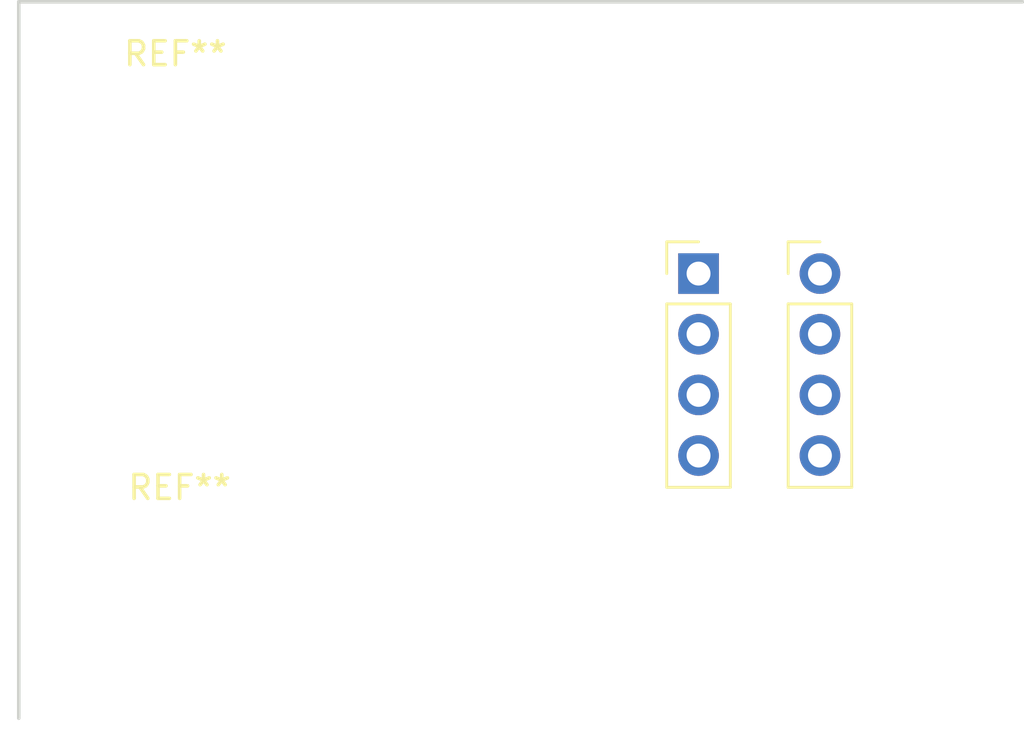
<source format=kicad_pcb>
(kicad_pcb (version 20171130) (host pcbnew 5.0.2-bee76a0~70~ubuntu18.04.1)

  (general
    (thickness 1.6)
    (drawings 2)
    (tracks 0)
    (zones 0)
    (modules 4)
    (nets 1)
  )

  (page A4)
  (layers
    (0 F.Cu signal)
    (31 B.Cu signal)
    (32 B.Adhes user)
    (33 F.Adhes user)
    (34 B.Paste user)
    (35 F.Paste user)
    (36 B.SilkS user)
    (37 F.SilkS user)
    (38 B.Mask user)
    (39 F.Mask user)
    (40 Dwgs.User user)
    (41 Cmts.User user)
    (42 Eco1.User user)
    (43 Eco2.User user)
    (44 Edge.Cuts user)
    (45 Margin user)
    (46 B.CrtYd user)
    (47 F.CrtYd user)
    (48 B.Fab user)
    (49 F.Fab user)
  )

  (setup
    (last_trace_width 0.25)
    (trace_clearance 0.2)
    (zone_clearance 0.508)
    (zone_45_only no)
    (trace_min 0.2)
    (segment_width 0.2)
    (edge_width 0.15)
    (via_size 0.8)
    (via_drill 0.4)
    (via_min_size 0.4)
    (via_min_drill 0.3)
    (uvia_size 0.3)
    (uvia_drill 0.1)
    (uvias_allowed no)
    (uvia_min_size 0.2)
    (uvia_min_drill 0.1)
    (pcb_text_width 0.3)
    (pcb_text_size 1.5 1.5)
    (mod_edge_width 0.15)
    (mod_text_size 1 1)
    (mod_text_width 0.15)
    (pad_size 1.7 1.7)
    (pad_drill 1)
    (pad_to_mask_clearance 0.051)
    (solder_mask_min_width 0.25)
    (aux_axis_origin 0 0)
    (visible_elements FFFFFF7F)
    (pcbplotparams
      (layerselection 0x010fc_ffffffff)
      (usegerberextensions false)
      (usegerberattributes false)
      (usegerberadvancedattributes false)
      (creategerberjobfile false)
      (excludeedgelayer true)
      (linewidth 0.100000)
      (plotframeref false)
      (viasonmask false)
      (mode 1)
      (useauxorigin false)
      (hpglpennumber 1)
      (hpglpenspeed 20)
      (hpglpendiameter 15.000000)
      (psnegative false)
      (psa4output false)
      (plotreference true)
      (plotvalue true)
      (plotinvisibletext false)
      (padsonsilk false)
      (subtractmaskfromsilk false)
      (outputformat 1)
      (mirror false)
      (drillshape 1)
      (scaleselection 1)
      (outputdirectory ""))
  )

  (net 0 "")

  (net_class Default "This is the default net class."
    (clearance 0.2)
    (trace_width 0.25)
    (via_dia 0.8)
    (via_drill 0.4)
    (uvia_dia 0.3)
    (uvia_drill 0.1)
  )

  (module Mounting_Holes:MountingHole_4mm (layer F.Cu) (tedit 56D1B4CB) (tstamp 5C90E5D4)
    (at 114.7318 110.3376)
    (descr "Mounting Hole 4mm, no annular")
    (tags "mounting hole 4mm no annular")
    (attr virtual)
    (fp_text reference REF** (at 0 -5) (layer F.SilkS)
      (effects (font (size 1 1) (thickness 0.15)))
    )
    (fp_text value MountingHole_4mm (at 0 5) (layer F.Fab)
      (effects (font (size 1 1) (thickness 0.15)))
    )
    (fp_circle (center 0 0) (end 4.25 0) (layer F.CrtYd) (width 0.05))
    (fp_circle (center 0 0) (end 4 0) (layer Cmts.User) (width 0.15))
    (fp_text user %R (at 0.3 0) (layer F.Fab)
      (effects (font (size 1 1) (thickness 0.15)))
    )
    (pad 1 np_thru_hole circle (at 0 0) (size 4 4) (drill 4) (layers *.Cu *.Mask))
  )

  (module Pin_Headers:Pin_Header_Straight_1x04_Pitch2.54mm (layer F.Cu) (tedit 5C8FC2C8) (tstamp 5C909B02)
    (at 136.446 96.381)
    (descr "Through hole straight pin header, 1x04, 2.54mm pitch, single row")
    (tags "Through hole pin header THT 1x04 2.54mm single row")
    (fp_text reference plusonerow (at 0 -2.33) (layer F.SilkS) hide
      (effects (font (size 1 1) (thickness 0.15)))
    )
    (fp_text value Pin_Header_Straight_1x04_Pitch2.54mm (at 0 9.95) (layer F.Fab) hide
      (effects (font (size 1 1) (thickness 0.15)))
    )
    (fp_text user %R (at 0 3.81 90) (layer F.Fab)
      (effects (font (size 1 1) (thickness 0.15)))
    )
    (fp_line (start 1.8 -1.8) (end -1.8 -1.8) (layer F.CrtYd) (width 0.05))
    (fp_line (start 1.8 9.4) (end 1.8 -1.8) (layer F.CrtYd) (width 0.05))
    (fp_line (start -1.8 9.4) (end 1.8 9.4) (layer F.CrtYd) (width 0.05))
    (fp_line (start -1.8 -1.8) (end -1.8 9.4) (layer F.CrtYd) (width 0.05))
    (fp_line (start -1.33 -1.33) (end 0 -1.33) (layer F.SilkS) (width 0.12))
    (fp_line (start -1.33 0) (end -1.33 -1.33) (layer F.SilkS) (width 0.12))
    (fp_line (start -1.33 1.27) (end 1.33 1.27) (layer F.SilkS) (width 0.12))
    (fp_line (start 1.33 1.27) (end 1.33 8.95) (layer F.SilkS) (width 0.12))
    (fp_line (start -1.33 1.27) (end -1.33 8.95) (layer F.SilkS) (width 0.12))
    (fp_line (start -1.33 8.95) (end 1.33 8.95) (layer F.SilkS) (width 0.12))
    (fp_line (start -1.27 -0.635) (end -0.635 -1.27) (layer F.Fab) (width 0.1))
    (fp_line (start -1.27 8.89) (end -1.27 -0.635) (layer F.Fab) (width 0.1))
    (fp_line (start 1.27 8.89) (end -1.27 8.89) (layer F.Fab) (width 0.1))
    (fp_line (start 1.27 -1.27) (end 1.27 8.89) (layer F.Fab) (width 0.1))
    (fp_line (start -0.635 -1.27) (end 1.27 -1.27) (layer F.Fab) (width 0.1))
    (pad 4 thru_hole oval (at 0 7.62) (size 1.7 1.7) (drill 1) (layers *.Cu *.Mask))
    (pad 3 thru_hole oval (at 0 5.08) (size 1.7 1.7) (drill 1) (layers *.Cu *.Mask))
    (pad 2 thru_hole oval (at 0 2.54) (size 1.7 1.7) (drill 1) (layers *.Cu *.Mask))
    (pad 1 thru_hole rect (at 0 0) (size 1.7 1.7) (drill 1) (layers *.Cu *.Mask))
    (model ${KISYS3DMOD}/Pin_Headers.3dshapes/Pin_Header_Straight_1x04_Pitch2.54mm.wrl
      (at (xyz 0 0 0))
      (scale (xyz 1 1 1))
      (rotate (xyz 0 0 0))
    )
  )

  (module Pin_Headers:Pin_Header_Straight_1x04_Pitch2.54mm (layer F.Cu) (tedit 5C8FC2CD) (tstamp 5C9097EE)
    (at 141.526 96.381)
    (descr "Through hole straight pin header, 1x04, 2.54mm pitch, single row")
    (tags "Through hole pin header THT 1x04 2.54mm single row")
    (fp_text reference plusonerow (at 0 -2.33) (layer F.SilkS) hide
      (effects (font (size 1 1) (thickness 0.15)))
    )
    (fp_text value Pin_Header_Straight_1x04_Pitch2.54mm (at 0 9.95) (layer F.Fab) hide
      (effects (font (size 1 1) (thickness 0.15)))
    )
    (fp_line (start -0.635 -1.27) (end 1.27 -1.27) (layer F.Fab) (width 0.1))
    (fp_line (start 1.27 -1.27) (end 1.27 8.89) (layer F.Fab) (width 0.1))
    (fp_line (start 1.27 8.89) (end -1.27 8.89) (layer F.Fab) (width 0.1))
    (fp_line (start -1.27 8.89) (end -1.27 -0.635) (layer F.Fab) (width 0.1))
    (fp_line (start -1.27 -0.635) (end -0.635 -1.27) (layer F.Fab) (width 0.1))
    (fp_line (start -1.33 8.95) (end 1.33 8.95) (layer F.SilkS) (width 0.12))
    (fp_line (start -1.33 1.27) (end -1.33 8.95) (layer F.SilkS) (width 0.12))
    (fp_line (start 1.33 1.27) (end 1.33 8.95) (layer F.SilkS) (width 0.12))
    (fp_line (start -1.33 1.27) (end 1.33 1.27) (layer F.SilkS) (width 0.12))
    (fp_line (start -1.33 0) (end -1.33 -1.33) (layer F.SilkS) (width 0.12))
    (fp_line (start -1.33 -1.33) (end 0 -1.33) (layer F.SilkS) (width 0.12))
    (fp_line (start -1.8 -1.8) (end -1.8 9.4) (layer F.CrtYd) (width 0.05))
    (fp_line (start -1.8 9.4) (end 1.8 9.4) (layer F.CrtYd) (width 0.05))
    (fp_line (start 1.8 9.4) (end 1.8 -1.8) (layer F.CrtYd) (width 0.05))
    (fp_line (start 1.8 -1.8) (end -1.8 -1.8) (layer F.CrtYd) (width 0.05))
    (fp_text user %R (at 0 3.81 90) (layer F.Fab)
      (effects (font (size 1 1) (thickness 0.15)))
    )
    (pad 8 thru_hole oval (at 0 0) (size 1.7 1.7) (drill 1) (layers *.Cu *.Mask))
    (pad 7 thru_hole oval (at 0 2.54) (size 1.7 1.7) (drill 1) (layers *.Cu *.Mask))
    (pad 6 thru_hole oval (at 0 5.08) (size 1.7 1.7) (drill 1) (layers *.Cu *.Mask))
    (pad 5 thru_hole oval (at 0 7.62) (size 1.7 1.7) (drill 1) (layers *.Cu *.Mask))
    (model ${KISYS3DMOD}/Pin_Headers.3dshapes/Pin_Header_Straight_1x04_Pitch2.54mm.wrl
      (at (xyz 0 0 0))
      (scale (xyz 1 1 1))
      (rotate (xyz 0 0 0))
    )
  )

  (module Mounting_Holes:MountingHole_4mm (layer F.Cu) (tedit 56D1B4CB) (tstamp 5C90E51A)
    (at 114.554 92.1766)
    (descr "Mounting Hole 4mm, no annular")
    (tags "mounting hole 4mm no annular")
    (attr virtual)
    (fp_text reference REF** (at 0 -5) (layer F.SilkS)
      (effects (font (size 1 1) (thickness 0.15)))
    )
    (fp_text value MountingHole_4mm (at 0 5) (layer F.Fab)
      (effects (font (size 1 1) (thickness 0.15)))
    )
    (fp_text user %R (at 0.3 0) (layer F.Fab)
      (effects (font (size 1 1) (thickness 0.15)))
    )
    (fp_circle (center 0 0) (end 4 0) (layer Cmts.User) (width 0.15))
    (fp_circle (center 0 0) (end 4.25 0) (layer F.CrtYd) (width 0.05))
    (pad 1 np_thru_hole circle (at 0 0) (size 4 4) (drill 4) (layers *.Cu *.Mask))
  )

  (gr_line (start 108 85) (end 150 85) (layer Edge.Cuts) (width 0.15))
  (gr_line (start 108 85) (end 108 115) (layer Edge.Cuts) (width 0.15))

)

</source>
